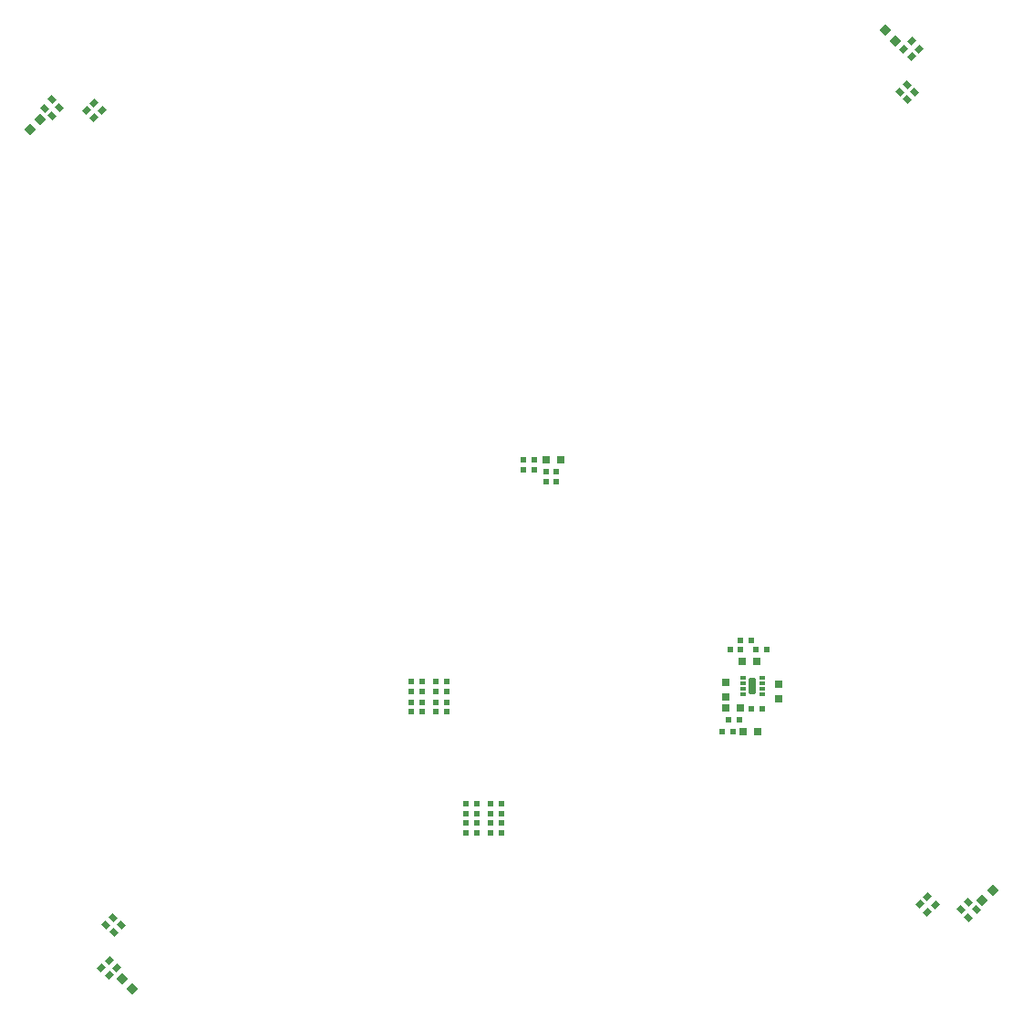
<source format=gbr>
G04*
G04 #@! TF.GenerationSoftware,Altium Limited,Altium Designer,25.0.2 (28)*
G04*
G04 Layer_Color=128*
%FSLAX24Y24*%
%MOIN*%
G70*
G04*
G04 #@! TF.SameCoordinates,4B7BC283-7035-4C9F-97D5-5998C8FB6373*
G04*
G04*
G04 #@! TF.FilePolarity,Positive*
G04*
G01*
G75*
%ADD14R,0.0236X0.0217*%
G04:AMPARAMS|DCode=20|XSize=19.7mil|YSize=23.6mil|CornerRadius=0mil|HoleSize=0mil|Usage=FLASHONLY|Rotation=135.000|XOffset=0mil|YOffset=0mil|HoleType=Round|Shape=Rectangle|*
%AMROTATEDRECTD20*
4,1,4,0.0153,0.0014,-0.0014,-0.0153,-0.0153,-0.0014,0.0014,0.0153,0.0153,0.0014,0.0*
%
%ADD20ROTATEDRECTD20*%

G04:AMPARAMS|DCode=22|XSize=19.7mil|YSize=23.6mil|CornerRadius=0mil|HoleSize=0mil|Usage=FLASHONLY|Rotation=45.000|XOffset=0mil|YOffset=0mil|HoleType=Round|Shape=Rectangle|*
%AMROTATEDRECTD22*
4,1,4,0.0014,-0.0153,-0.0153,0.0014,-0.0014,0.0153,0.0153,-0.0014,0.0014,-0.0153,0.0*
%
%ADD22ROTATEDRECTD22*%

%ADD80R,0.0236X0.0197*%
G04:AMPARAMS|DCode=81|XSize=11.8mil|YSize=21.7mil|CornerRadius=3mil|HoleSize=0mil|Usage=FLASHONLY|Rotation=270.000|XOffset=0mil|YOffset=0mil|HoleType=Round|Shape=RoundedRectangle|*
%AMROUNDEDRECTD81*
21,1,0.0118,0.0157,0,0,270.0*
21,1,0.0059,0.0217,0,0,270.0*
1,1,0.0059,-0.0079,-0.0030*
1,1,0.0059,-0.0079,0.0030*
1,1,0.0059,0.0079,0.0030*
1,1,0.0059,0.0079,-0.0030*
%
%ADD81ROUNDEDRECTD81*%
%ADD83R,0.0295X0.0315*%
G04:AMPARAMS|DCode=84|XSize=31.5mil|YSize=29.5mil|CornerRadius=0mil|HoleSize=0mil|Usage=FLASHONLY|Rotation=225.000|XOffset=0mil|YOffset=0mil|HoleType=Round|Shape=Rectangle|*
%AMROTATEDRECTD84*
4,1,4,0.0007,0.0216,0.0216,0.0007,-0.0007,-0.0216,-0.0216,-0.0007,0.0007,0.0216,0.0*
%
%ADD84ROTATEDRECTD84*%

G04:AMPARAMS|DCode=85|XSize=31.5mil|YSize=29.5mil|CornerRadius=0mil|HoleSize=0mil|Usage=FLASHONLY|Rotation=135.000|XOffset=0mil|YOffset=0mil|HoleType=Round|Shape=Rectangle|*
%AMROTATEDRECTD85*
4,1,4,0.0216,-0.0007,0.0007,-0.0216,-0.0216,0.0007,-0.0007,0.0216,0.0216,-0.0007,0.0*
%
%ADD85ROTATEDRECTD85*%

%ADD86R,0.0315X0.0295*%
G04:AMPARAMS|DCode=94|XSize=59.1mil|YSize=29.5mil|CornerRadius=6.4mil|HoleSize=0mil|Usage=FLASHONLY|Rotation=270.000|XOffset=0mil|YOffset=0mil|HoleType=Round|Shape=RoundedRectangle|*
%AMROUNDEDRECTD94*
21,1,0.0591,0.0167,0,0,270.0*
21,1,0.0463,0.0295,0,0,270.0*
1,1,0.0128,-0.0084,-0.0231*
1,1,0.0128,-0.0084,0.0231*
1,1,0.0128,0.0084,0.0231*
1,1,0.0128,0.0084,-0.0231*
%
%ADD94ROUNDEDRECTD94*%
D14*
X36114Y31912D02*
D03*
X35720D02*
D03*
X36626Y31912D02*
D03*
X37020D02*
D03*
X38122Y28558D02*
D03*
X37728D02*
D03*
X38634D02*
D03*
X39028D02*
D03*
X47768Y34542D02*
D03*
X48161D02*
D03*
X48713Y34188D02*
D03*
X48319D02*
D03*
X47728Y31629D02*
D03*
X47335D02*
D03*
X47374Y34188D02*
D03*
X47768D02*
D03*
X48555Y32023D02*
D03*
X48161D02*
D03*
X39028Y28204D02*
D03*
X38634D02*
D03*
X37728D02*
D03*
X38122D02*
D03*
X37020Y32267D02*
D03*
X36626D02*
D03*
X35720Y32267D02*
D03*
X36114D02*
D03*
X39028Y27849D02*
D03*
X38634D02*
D03*
X37728D02*
D03*
X38122D02*
D03*
X37020Y32661D02*
D03*
X36626D02*
D03*
X35720D02*
D03*
X36114D02*
D03*
X47098Y31196D02*
D03*
X47492D02*
D03*
D20*
X23849Y53891D02*
D03*
X24127Y54170D02*
D03*
X24679Y22831D02*
D03*
X24400Y22553D02*
D03*
X54878Y24860D02*
D03*
X54600Y24581D02*
D03*
X54006Y55860D02*
D03*
X54285Y56138D02*
D03*
X54009Y56414D02*
D03*
X53731Y56135D02*
D03*
X54321Y24876D02*
D03*
X54600Y25154D02*
D03*
X24676Y22277D02*
D03*
X24954Y22556D02*
D03*
X24403Y53894D02*
D03*
X24125Y53616D02*
D03*
D22*
X22868Y54009D02*
D03*
X22589Y54288D02*
D03*
X24836Y23852D02*
D03*
X24558Y24130D02*
D03*
X55817Y24682D02*
D03*
X56096Y24403D02*
D03*
X53849Y54839D02*
D03*
X54127Y54561D02*
D03*
X53852Y54285D02*
D03*
X53573Y54563D02*
D03*
X24833Y24401D02*
D03*
X25112Y24122D02*
D03*
X22314Y53973D02*
D03*
X22592Y53695D02*
D03*
X56371Y24679D02*
D03*
X56093Y24957D02*
D03*
D80*
X40209Y40763D02*
D03*
X39815D02*
D03*
X41035Y40330D02*
D03*
X40642D02*
D03*
X38634Y27495D02*
D03*
X39028D02*
D03*
X40642Y40684D02*
D03*
X41035D02*
D03*
X39815Y41117D02*
D03*
X40209D02*
D03*
X36114Y33015D02*
D03*
X35720D02*
D03*
X36626D02*
D03*
X37020D02*
D03*
X38122Y27495D02*
D03*
X37728D02*
D03*
D81*
X47844Y32566D02*
D03*
Y32763D02*
D03*
Y32960D02*
D03*
Y33157D02*
D03*
X48549Y32566D02*
D03*
Y32763D02*
D03*
Y32960D02*
D03*
Y33157D02*
D03*
D83*
X47856Y31196D02*
D03*
X48388D02*
D03*
X41183Y41117D02*
D03*
X40652D02*
D03*
X47226Y32062D02*
D03*
X47758D02*
D03*
X48337Y33755D02*
D03*
X47805D02*
D03*
D84*
X53052Y56817D02*
D03*
X53428Y56441D02*
D03*
X25139Y22171D02*
D03*
X25515Y21795D02*
D03*
D85*
X56596Y25024D02*
D03*
X56971Y25400D02*
D03*
X22168Y53556D02*
D03*
X21792Y53180D02*
D03*
D86*
X49165Y32918D02*
D03*
Y32387D02*
D03*
X47217Y32466D02*
D03*
Y32997D02*
D03*
D94*
X48197Y32861D02*
D03*
M02*

</source>
